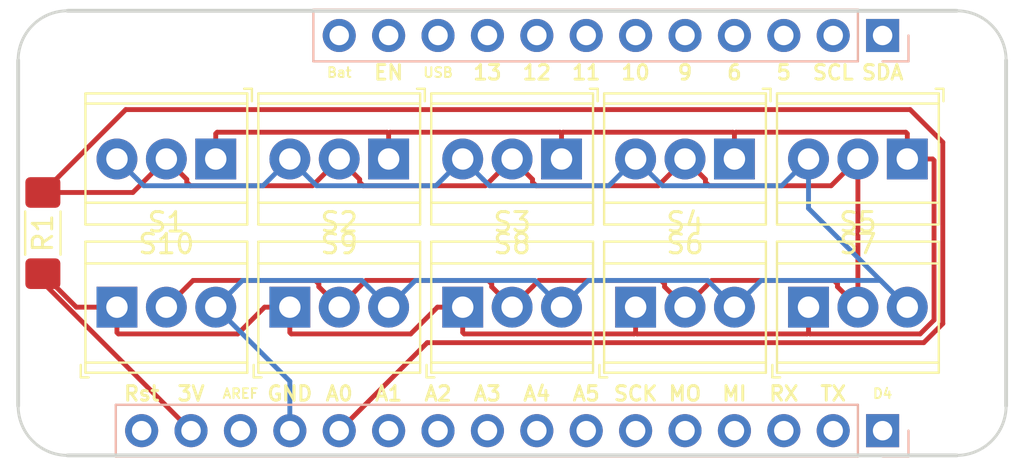
<source format=kicad_pcb>
(kicad_pcb (version 20171130) (host pcbnew 5.1.4-e60b266~84~ubuntu18.04.1)

  (general
    (thickness 1.6)
    (drawings 36)
    (tracks 137)
    (zones 0)
    (modules 17)
    (nets 29)
  )

  (page A4)
  (layers
    (0 F.Cu signal)
    (31 B.Cu signal)
    (32 B.Adhes user)
    (33 F.Adhes user)
    (34 B.Paste user hide)
    (35 F.Paste user)
    (36 B.SilkS user)
    (37 F.SilkS user)
    (38 B.Mask user)
    (39 F.Mask user)
    (40 Dwgs.User user)
    (41 Cmts.User user)
    (42 Eco1.User user)
    (43 Eco2.User user)
    (44 Edge.Cuts user)
    (45 Margin user)
    (46 B.CrtYd user)
    (47 F.CrtYd user)
    (48 B.Fab user)
    (49 F.Fab user)
  )

  (setup
    (last_trace_width 0.25)
    (trace_clearance 0.2)
    (zone_clearance 0.508)
    (zone_45_only no)
    (trace_min 0.2)
    (via_size 0.8)
    (via_drill 0.4)
    (via_min_size 0.4)
    (via_min_drill 0.3)
    (uvia_size 0.3)
    (uvia_drill 0.1)
    (uvias_allowed no)
    (uvia_min_size 0.2)
    (uvia_min_drill 0.1)
    (edge_width 0.15)
    (segment_width 0.2)
    (pcb_text_width 0.3)
    (pcb_text_size 1.5 1.5)
    (mod_edge_width 0.15)
    (mod_text_size 1 1)
    (mod_text_width 0.15)
    (pad_size 1.524 1.524)
    (pad_drill 0.762)
    (pad_to_mask_clearance 0.051)
    (solder_mask_min_width 0.25)
    (aux_axis_origin 0 0)
    (visible_elements FFFFFF7F)
    (pcbplotparams
      (layerselection 0x010fc_ffffffff)
      (usegerberextensions false)
      (usegerberattributes false)
      (usegerberadvancedattributes false)
      (creategerberjobfile false)
      (excludeedgelayer true)
      (linewidth 0.100000)
      (plotframeref false)
      (viasonmask false)
      (mode 1)
      (useauxorigin false)
      (hpglpennumber 1)
      (hpglpenspeed 20)
      (hpglpendiameter 15.000000)
      (psnegative false)
      (psa4output false)
      (plotreference true)
      (plotvalue true)
      (plotinvisibletext false)
      (padsonsilk false)
      (subtractmaskfromsilk false)
      (outputformat 1)
      (mirror false)
      (drillshape 1)
      (scaleselection 1)
      (outputdirectory ""))
  )

  (net 0 "")
  (net 1 /TX)
  (net 2 /RX)
  (net 3 /SCK)
  (net 4 /A5)
  (net 5 /A4)
  (net 6 /A3)
  (net 7 /A2)
  (net 8 /A1)
  (net 9 GND)
  (net 10 /AREF)
  (net 11 /SDA)
  (net 12 /SCL)
  (net 13 /Rst)
  (net 14 /D4)
  (net 15 /MI)
  (net 16 /MO)
  (net 17 /5)
  (net 18 /6)
  (net 19 /9)
  (net 20 /10)
  (net 21 /11)
  (net 22 /12)
  (net 23 /13)
  (net 24 /USB)
  (net 25 /En)
  (net 26 /Bat)
  (net 27 DATA)
  (net 28 DC)

  (net_class Default "This is the default net class."
    (clearance 0.2)
    (trace_width 0.25)
    (via_dia 0.8)
    (via_drill 0.4)
    (uvia_dia 0.3)
    (uvia_drill 0.1)
    (add_net /10)
    (add_net /11)
    (add_net /12)
    (add_net /13)
    (add_net /5)
    (add_net /6)
    (add_net /9)
    (add_net /A1)
    (add_net /A2)
    (add_net /A3)
    (add_net /A4)
    (add_net /A5)
    (add_net /AREF)
    (add_net /Bat)
    (add_net /D4)
    (add_net /En)
    (add_net /MI)
    (add_net /MO)
    (add_net /RX)
    (add_net /Rst)
    (add_net /SCK)
    (add_net /SCL)
    (add_net /SDA)
    (add_net /TX)
    (add_net /USB)
    (add_net DATA)
    (add_net DC)
    (add_net GND)
  )

  (module TerminalBlock_TE-Connectivity:TerminalBlock_TE_282834-3_1x03_P2.54mm_Horizontal (layer F.Cu) (tedit 5B1EC513) (tstamp 5DB2CB1A)
    (at 35.56 33.02 180)
    (descr "Terminal Block TE 282834-3, 3 pins, pitch 2.54mm, size 8.08x6.5mm^2, drill diamater 1.1mm, pad diameter 2.1mm, see http://www.te.com/commerce/DocumentDelivery/DDEController?Action=showdoc&DocId=Customer+Drawing%7F282834%7FC1%7Fpdf%7FEnglish%7FENG_CD_282834_C1.pdf, script-generated using https://github.com/pointhi/kicad-footprint-generator/scripts/TerminalBlock_TE-Connectivity")
    (tags "THT Terminal Block TE 282834-3 pitch 2.54mm size 8.08x6.5mm^2 drill 1.1mm pad 2.1mm")
    (path /5DB5E025)
    (fp_text reference S10 (at 2.54 -4.37) (layer F.SilkS)
      (effects (font (size 1 1) (thickness 0.15)))
    )
    (fp_text value Screw_Terminal_01x03 (at 2.54 4.37) (layer F.Fab)
      (effects (font (size 1 1) (thickness 0.15)))
    )
    (fp_text user %R (at 2.54 2) (layer F.Fab)
      (effects (font (size 1 1) (thickness 0.15)))
    )
    (fp_line (start 7.08 -3.75) (end -2 -3.75) (layer F.CrtYd) (width 0.05))
    (fp_line (start 7.08 3.75) (end 7.08 -3.75) (layer F.CrtYd) (width 0.05))
    (fp_line (start -2 3.75) (end 7.08 3.75) (layer F.CrtYd) (width 0.05))
    (fp_line (start -2 -3.75) (end -2 3.75) (layer F.CrtYd) (width 0.05))
    (fp_line (start -1.86 3.61) (end -1.46 3.61) (layer F.SilkS) (width 0.12))
    (fp_line (start -1.86 2.97) (end -1.86 3.61) (layer F.SilkS) (width 0.12))
    (fp_line (start 5.781 -0.835) (end 4.246 0.7) (layer F.Fab) (width 0.1))
    (fp_line (start 5.915 -0.7) (end 4.38 0.835) (layer F.Fab) (width 0.1))
    (fp_line (start 3.241 -0.835) (end 1.706 0.7) (layer F.Fab) (width 0.1))
    (fp_line (start 3.375 -0.7) (end 1.84 0.835) (layer F.Fab) (width 0.1))
    (fp_line (start 0.701 -0.835) (end -0.835 0.7) (layer F.Fab) (width 0.1))
    (fp_line (start 0.835 -0.7) (end -0.701 0.835) (layer F.Fab) (width 0.1))
    (fp_line (start 6.7 -3.37) (end 6.7 3.37) (layer F.SilkS) (width 0.12))
    (fp_line (start -1.62 -3.37) (end -1.62 3.37) (layer F.SilkS) (width 0.12))
    (fp_line (start -1.62 3.37) (end 6.7 3.37) (layer F.SilkS) (width 0.12))
    (fp_line (start -1.62 -3.37) (end 6.7 -3.37) (layer F.SilkS) (width 0.12))
    (fp_line (start -1.62 -2.25) (end 6.7 -2.25) (layer F.SilkS) (width 0.12))
    (fp_line (start -1.5 -2.25) (end 6.58 -2.25) (layer F.Fab) (width 0.1))
    (fp_line (start -1.62 2.85) (end 6.7 2.85) (layer F.SilkS) (width 0.12))
    (fp_line (start -1.5 2.85) (end 6.58 2.85) (layer F.Fab) (width 0.1))
    (fp_line (start -1.5 2.85) (end -1.5 -3.25) (layer F.Fab) (width 0.1))
    (fp_line (start -1.1 3.25) (end -1.5 2.85) (layer F.Fab) (width 0.1))
    (fp_line (start 6.58 3.25) (end -1.1 3.25) (layer F.Fab) (width 0.1))
    (fp_line (start 6.58 -3.25) (end 6.58 3.25) (layer F.Fab) (width 0.1))
    (fp_line (start -1.5 -3.25) (end 6.58 -3.25) (layer F.Fab) (width 0.1))
    (fp_circle (center 5.08 0) (end 6.18 0) (layer F.Fab) (width 0.1))
    (fp_circle (center 2.54 0) (end 3.64 0) (layer F.Fab) (width 0.1))
    (fp_circle (center 0 0) (end 1.1 0) (layer F.Fab) (width 0.1))
    (pad 3 thru_hole circle (at 5.08 0 180) (size 2.1 2.1) (drill 1.1) (layers *.Cu *.Mask)
      (net 9 GND))
    (pad 2 thru_hole circle (at 2.54 0 180) (size 2.1 2.1) (drill 1.1) (layers *.Cu *.Mask)
      (net 27 DATA))
    (pad 1 thru_hole rect (at 0 0 180) (size 2.1 2.1) (drill 1.1) (layers *.Cu *.Mask)
      (net 28 DC))
    (model ${KISYS3DMOD}/TerminalBlock_TE-Connectivity.3dshapes/TerminalBlock_TE_282834-3_1x03_P2.54mm_Horizontal.wrl
      (at (xyz 0 0 0))
      (scale (xyz 1 1 1))
      (rotate (xyz 0 0 0))
    )
  )

  (module TerminalBlock_TE-Connectivity:TerminalBlock_TE_282834-3_1x03_P2.54mm_Horizontal (layer F.Cu) (tedit 5B1EC513) (tstamp 5DB2CADB)
    (at 44.45 33.02 180)
    (descr "Terminal Block TE 282834-3, 3 pins, pitch 2.54mm, size 8.08x6.5mm^2, drill diamater 1.1mm, pad diameter 2.1mm, see http://www.te.com/commerce/DocumentDelivery/DDEController?Action=showdoc&DocId=Customer+Drawing%7F282834%7FC1%7Fpdf%7FEnglish%7FENG_CD_282834_C1.pdf, script-generated using https://github.com/pointhi/kicad-footprint-generator/scripts/TerminalBlock_TE-Connectivity")
    (tags "THT Terminal Block TE 282834-3 pitch 2.54mm size 8.08x6.5mm^2 drill 1.1mm pad 2.1mm")
    (path /5DB5D4D6)
    (fp_text reference S9 (at 2.54 -4.37) (layer F.SilkS)
      (effects (font (size 1 1) (thickness 0.15)))
    )
    (fp_text value Screw_Terminal_01x03 (at 2.54 4.37) (layer F.Fab)
      (effects (font (size 1 1) (thickness 0.15)))
    )
    (fp_text user %R (at 2.54 2) (layer F.Fab)
      (effects (font (size 1 1) (thickness 0.15)))
    )
    (fp_line (start 7.08 -3.75) (end -2 -3.75) (layer F.CrtYd) (width 0.05))
    (fp_line (start 7.08 3.75) (end 7.08 -3.75) (layer F.CrtYd) (width 0.05))
    (fp_line (start -2 3.75) (end 7.08 3.75) (layer F.CrtYd) (width 0.05))
    (fp_line (start -2 -3.75) (end -2 3.75) (layer F.CrtYd) (width 0.05))
    (fp_line (start -1.86 3.61) (end -1.46 3.61) (layer F.SilkS) (width 0.12))
    (fp_line (start -1.86 2.97) (end -1.86 3.61) (layer F.SilkS) (width 0.12))
    (fp_line (start 5.781 -0.835) (end 4.246 0.7) (layer F.Fab) (width 0.1))
    (fp_line (start 5.915 -0.7) (end 4.38 0.835) (layer F.Fab) (width 0.1))
    (fp_line (start 3.241 -0.835) (end 1.706 0.7) (layer F.Fab) (width 0.1))
    (fp_line (start 3.375 -0.7) (end 1.84 0.835) (layer F.Fab) (width 0.1))
    (fp_line (start 0.701 -0.835) (end -0.835 0.7) (layer F.Fab) (width 0.1))
    (fp_line (start 0.835 -0.7) (end -0.701 0.835) (layer F.Fab) (width 0.1))
    (fp_line (start 6.7 -3.37) (end 6.7 3.37) (layer F.SilkS) (width 0.12))
    (fp_line (start -1.62 -3.37) (end -1.62 3.37) (layer F.SilkS) (width 0.12))
    (fp_line (start -1.62 3.37) (end 6.7 3.37) (layer F.SilkS) (width 0.12))
    (fp_line (start -1.62 -3.37) (end 6.7 -3.37) (layer F.SilkS) (width 0.12))
    (fp_line (start -1.62 -2.25) (end 6.7 -2.25) (layer F.SilkS) (width 0.12))
    (fp_line (start -1.5 -2.25) (end 6.58 -2.25) (layer F.Fab) (width 0.1))
    (fp_line (start -1.62 2.85) (end 6.7 2.85) (layer F.SilkS) (width 0.12))
    (fp_line (start -1.5 2.85) (end 6.58 2.85) (layer F.Fab) (width 0.1))
    (fp_line (start -1.5 2.85) (end -1.5 -3.25) (layer F.Fab) (width 0.1))
    (fp_line (start -1.1 3.25) (end -1.5 2.85) (layer F.Fab) (width 0.1))
    (fp_line (start 6.58 3.25) (end -1.1 3.25) (layer F.Fab) (width 0.1))
    (fp_line (start 6.58 -3.25) (end 6.58 3.25) (layer F.Fab) (width 0.1))
    (fp_line (start -1.5 -3.25) (end 6.58 -3.25) (layer F.Fab) (width 0.1))
    (fp_circle (center 5.08 0) (end 6.18 0) (layer F.Fab) (width 0.1))
    (fp_circle (center 2.54 0) (end 3.64 0) (layer F.Fab) (width 0.1))
    (fp_circle (center 0 0) (end 1.1 0) (layer F.Fab) (width 0.1))
    (pad 3 thru_hole circle (at 5.08 0 180) (size 2.1 2.1) (drill 1.1) (layers *.Cu *.Mask)
      (net 9 GND))
    (pad 2 thru_hole circle (at 2.54 0 180) (size 2.1 2.1) (drill 1.1) (layers *.Cu *.Mask)
      (net 27 DATA))
    (pad 1 thru_hole rect (at 0 0 180) (size 2.1 2.1) (drill 1.1) (layers *.Cu *.Mask)
      (net 28 DC))
    (model ${KISYS3DMOD}/TerminalBlock_TE-Connectivity.3dshapes/TerminalBlock_TE_282834-3_1x03_P2.54mm_Horizontal.wrl
      (at (xyz 0 0 0))
      (scale (xyz 1 1 1))
      (rotate (xyz 0 0 0))
    )
  )

  (module TerminalBlock_TE-Connectivity:TerminalBlock_TE_282834-3_1x03_P2.54mm_Horizontal (layer F.Cu) (tedit 5B1EC513) (tstamp 5DB2CA9C)
    (at 53.34 33.02 180)
    (descr "Terminal Block TE 282834-3, 3 pins, pitch 2.54mm, size 8.08x6.5mm^2, drill diamater 1.1mm, pad diameter 2.1mm, see http://www.te.com/commerce/DocumentDelivery/DDEController?Action=showdoc&DocId=Customer+Drawing%7F282834%7FC1%7Fpdf%7FEnglish%7FENG_CD_282834_C1.pdf, script-generated using https://github.com/pointhi/kicad-footprint-generator/scripts/TerminalBlock_TE-Connectivity")
    (tags "THT Terminal Block TE 282834-3 pitch 2.54mm size 8.08x6.5mm^2 drill 1.1mm pad 2.1mm")
    (path /5DB5CB77)
    (fp_text reference S8 (at 2.54 -4.37) (layer F.SilkS)
      (effects (font (size 1 1) (thickness 0.15)))
    )
    (fp_text value Screw_Terminal_01x03 (at 2.54 4.37) (layer F.Fab)
      (effects (font (size 1 1) (thickness 0.15)))
    )
    (fp_text user %R (at 2.54 2) (layer F.Fab)
      (effects (font (size 1 1) (thickness 0.15)))
    )
    (fp_line (start 7.08 -3.75) (end -2 -3.75) (layer F.CrtYd) (width 0.05))
    (fp_line (start 7.08 3.75) (end 7.08 -3.75) (layer F.CrtYd) (width 0.05))
    (fp_line (start -2 3.75) (end 7.08 3.75) (layer F.CrtYd) (width 0.05))
    (fp_line (start -2 -3.75) (end -2 3.75) (layer F.CrtYd) (width 0.05))
    (fp_line (start -1.86 3.61) (end -1.46 3.61) (layer F.SilkS) (width 0.12))
    (fp_line (start -1.86 2.97) (end -1.86 3.61) (layer F.SilkS) (width 0.12))
    (fp_line (start 5.781 -0.835) (end 4.246 0.7) (layer F.Fab) (width 0.1))
    (fp_line (start 5.915 -0.7) (end 4.38 0.835) (layer F.Fab) (width 0.1))
    (fp_line (start 3.241 -0.835) (end 1.706 0.7) (layer F.Fab) (width 0.1))
    (fp_line (start 3.375 -0.7) (end 1.84 0.835) (layer F.Fab) (width 0.1))
    (fp_line (start 0.701 -0.835) (end -0.835 0.7) (layer F.Fab) (width 0.1))
    (fp_line (start 0.835 -0.7) (end -0.701 0.835) (layer F.Fab) (width 0.1))
    (fp_line (start 6.7 -3.37) (end 6.7 3.37) (layer F.SilkS) (width 0.12))
    (fp_line (start -1.62 -3.37) (end -1.62 3.37) (layer F.SilkS) (width 0.12))
    (fp_line (start -1.62 3.37) (end 6.7 3.37) (layer F.SilkS) (width 0.12))
    (fp_line (start -1.62 -3.37) (end 6.7 -3.37) (layer F.SilkS) (width 0.12))
    (fp_line (start -1.62 -2.25) (end 6.7 -2.25) (layer F.SilkS) (width 0.12))
    (fp_line (start -1.5 -2.25) (end 6.58 -2.25) (layer F.Fab) (width 0.1))
    (fp_line (start -1.62 2.85) (end 6.7 2.85) (layer F.SilkS) (width 0.12))
    (fp_line (start -1.5 2.85) (end 6.58 2.85) (layer F.Fab) (width 0.1))
    (fp_line (start -1.5 2.85) (end -1.5 -3.25) (layer F.Fab) (width 0.1))
    (fp_line (start -1.1 3.25) (end -1.5 2.85) (layer F.Fab) (width 0.1))
    (fp_line (start 6.58 3.25) (end -1.1 3.25) (layer F.Fab) (width 0.1))
    (fp_line (start 6.58 -3.25) (end 6.58 3.25) (layer F.Fab) (width 0.1))
    (fp_line (start -1.5 -3.25) (end 6.58 -3.25) (layer F.Fab) (width 0.1))
    (fp_circle (center 5.08 0) (end 6.18 0) (layer F.Fab) (width 0.1))
    (fp_circle (center 2.54 0) (end 3.64 0) (layer F.Fab) (width 0.1))
    (fp_circle (center 0 0) (end 1.1 0) (layer F.Fab) (width 0.1))
    (pad 3 thru_hole circle (at 5.08 0 180) (size 2.1 2.1) (drill 1.1) (layers *.Cu *.Mask)
      (net 9 GND))
    (pad 2 thru_hole circle (at 2.54 0 180) (size 2.1 2.1) (drill 1.1) (layers *.Cu *.Mask)
      (net 27 DATA))
    (pad 1 thru_hole rect (at 0 0 180) (size 2.1 2.1) (drill 1.1) (layers *.Cu *.Mask)
      (net 28 DC))
    (model ${KISYS3DMOD}/TerminalBlock_TE-Connectivity.3dshapes/TerminalBlock_TE_282834-3_1x03_P2.54mm_Horizontal.wrl
      (at (xyz 0 0 0))
      (scale (xyz 1 1 1))
      (rotate (xyz 0 0 0))
    )
  )

  (module TerminalBlock_TE-Connectivity:TerminalBlock_TE_282834-3_1x03_P2.54mm_Horizontal (layer F.Cu) (tedit 5B1EC513) (tstamp 5DB2CA5D)
    (at 71.12 33.02 180)
    (descr "Terminal Block TE 282834-3, 3 pins, pitch 2.54mm, size 8.08x6.5mm^2, drill diamater 1.1mm, pad diameter 2.1mm, see http://www.te.com/commerce/DocumentDelivery/DDEController?Action=showdoc&DocId=Customer+Drawing%7F282834%7FC1%7Fpdf%7FEnglish%7FENG_CD_282834_C1.pdf, script-generated using https://github.com/pointhi/kicad-footprint-generator/scripts/TerminalBlock_TE-Connectivity")
    (tags "THT Terminal Block TE 282834-3 pitch 2.54mm size 8.08x6.5mm^2 drill 1.1mm pad 2.1mm")
    (path /5DB5C14C)
    (fp_text reference S7 (at 2.54 -4.37) (layer F.SilkS)
      (effects (font (size 1 1) (thickness 0.15)))
    )
    (fp_text value Screw_Terminal_01x03 (at 2.54 4.37) (layer F.Fab)
      (effects (font (size 1 1) (thickness 0.15)))
    )
    (fp_text user %R (at 2.54 2) (layer F.Fab)
      (effects (font (size 1 1) (thickness 0.15)))
    )
    (fp_line (start 7.08 -3.75) (end -2 -3.75) (layer F.CrtYd) (width 0.05))
    (fp_line (start 7.08 3.75) (end 7.08 -3.75) (layer F.CrtYd) (width 0.05))
    (fp_line (start -2 3.75) (end 7.08 3.75) (layer F.CrtYd) (width 0.05))
    (fp_line (start -2 -3.75) (end -2 3.75) (layer F.CrtYd) (width 0.05))
    (fp_line (start -1.86 3.61) (end -1.46 3.61) (layer F.SilkS) (width 0.12))
    (fp_line (start -1.86 2.97) (end -1.86 3.61) (layer F.SilkS) (width 0.12))
    (fp_line (start 5.781 -0.835) (end 4.246 0.7) (layer F.Fab) (width 0.1))
    (fp_line (start 5.915 -0.7) (end 4.38 0.835) (layer F.Fab) (width 0.1))
    (fp_line (start 3.241 -0.835) (end 1.706 0.7) (layer F.Fab) (width 0.1))
    (fp_line (start 3.375 -0.7) (end 1.84 0.835) (layer F.Fab) (width 0.1))
    (fp_line (start 0.701 -0.835) (end -0.835 0.7) (layer F.Fab) (width 0.1))
    (fp_line (start 0.835 -0.7) (end -0.701 0.835) (layer F.Fab) (width 0.1))
    (fp_line (start 6.7 -3.37) (end 6.7 3.37) (layer F.SilkS) (width 0.12))
    (fp_line (start -1.62 -3.37) (end -1.62 3.37) (layer F.SilkS) (width 0.12))
    (fp_line (start -1.62 3.37) (end 6.7 3.37) (layer F.SilkS) (width 0.12))
    (fp_line (start -1.62 -3.37) (end 6.7 -3.37) (layer F.SilkS) (width 0.12))
    (fp_line (start -1.62 -2.25) (end 6.7 -2.25) (layer F.SilkS) (width 0.12))
    (fp_line (start -1.5 -2.25) (end 6.58 -2.25) (layer F.Fab) (width 0.1))
    (fp_line (start -1.62 2.85) (end 6.7 2.85) (layer F.SilkS) (width 0.12))
    (fp_line (start -1.5 2.85) (end 6.58 2.85) (layer F.Fab) (width 0.1))
    (fp_line (start -1.5 2.85) (end -1.5 -3.25) (layer F.Fab) (width 0.1))
    (fp_line (start -1.1 3.25) (end -1.5 2.85) (layer F.Fab) (width 0.1))
    (fp_line (start 6.58 3.25) (end -1.1 3.25) (layer F.Fab) (width 0.1))
    (fp_line (start 6.58 -3.25) (end 6.58 3.25) (layer F.Fab) (width 0.1))
    (fp_line (start -1.5 -3.25) (end 6.58 -3.25) (layer F.Fab) (width 0.1))
    (fp_circle (center 5.08 0) (end 6.18 0) (layer F.Fab) (width 0.1))
    (fp_circle (center 2.54 0) (end 3.64 0) (layer F.Fab) (width 0.1))
    (fp_circle (center 0 0) (end 1.1 0) (layer F.Fab) (width 0.1))
    (pad 3 thru_hole circle (at 5.08 0 180) (size 2.1 2.1) (drill 1.1) (layers *.Cu *.Mask)
      (net 9 GND))
    (pad 2 thru_hole circle (at 2.54 0 180) (size 2.1 2.1) (drill 1.1) (layers *.Cu *.Mask)
      (net 27 DATA))
    (pad 1 thru_hole rect (at 0 0 180) (size 2.1 2.1) (drill 1.1) (layers *.Cu *.Mask)
      (net 28 DC))
    (model ${KISYS3DMOD}/TerminalBlock_TE-Connectivity.3dshapes/TerminalBlock_TE_282834-3_1x03_P2.54mm_Horizontal.wrl
      (at (xyz 0 0 0))
      (scale (xyz 1 1 1))
      (rotate (xyz 0 0 0))
    )
  )

  (module TerminalBlock_TE-Connectivity:TerminalBlock_TE_282834-3_1x03_P2.54mm_Horizontal (layer F.Cu) (tedit 5B1EC513) (tstamp 5DB2CA1E)
    (at 62.23 33.02 180)
    (descr "Terminal Block TE 282834-3, 3 pins, pitch 2.54mm, size 8.08x6.5mm^2, drill diamater 1.1mm, pad diameter 2.1mm, see http://www.te.com/commerce/DocumentDelivery/DDEController?Action=showdoc&DocId=Customer+Drawing%7F282834%7FC1%7Fpdf%7FEnglish%7FENG_CD_282834_C1.pdf, script-generated using https://github.com/pointhi/kicad-footprint-generator/scripts/TerminalBlock_TE-Connectivity")
    (tags "THT Terminal Block TE 282834-3 pitch 2.54mm size 8.08x6.5mm^2 drill 1.1mm pad 2.1mm")
    (path /5DB5B895)
    (fp_text reference S6 (at 2.54 -4.37) (layer F.SilkS)
      (effects (font (size 1 1) (thickness 0.15)))
    )
    (fp_text value Screw_Terminal_01x03 (at 2.54 4.37) (layer F.Fab)
      (effects (font (size 1 1) (thickness 0.15)))
    )
    (fp_text user %R (at 2.54 2) (layer F.Fab)
      (effects (font (size 1 1) (thickness 0.15)))
    )
    (fp_line (start 7.08 -3.75) (end -2 -3.75) (layer F.CrtYd) (width 0.05))
    (fp_line (start 7.08 3.75) (end 7.08 -3.75) (layer F.CrtYd) (width 0.05))
    (fp_line (start -2 3.75) (end 7.08 3.75) (layer F.CrtYd) (width 0.05))
    (fp_line (start -2 -3.75) (end -2 3.75) (layer F.CrtYd) (width 0.05))
    (fp_line (start -1.86 3.61) (end -1.46 3.61) (layer F.SilkS) (width 0.12))
    (fp_line (start -1.86 2.97) (end -1.86 3.61) (layer F.SilkS) (width 0.12))
    (fp_line (start 5.781 -0.835) (end 4.246 0.7) (layer F.Fab) (width 0.1))
    (fp_line (start 5.915 -0.7) (end 4.38 0.835) (layer F.Fab) (width 0.1))
    (fp_line (start 3.241 -0.835) (end 1.706 0.7) (layer F.Fab) (width 0.1))
    (fp_line (start 3.375 -0.7) (end 1.84 0.835) (layer F.Fab) (width 0.1))
    (fp_line (start 0.701 -0.835) (end -0.835 0.7) (layer F.Fab) (width 0.1))
    (fp_line (start 0.835 -0.7) (end -0.701 0.835) (layer F.Fab) (width 0.1))
    (fp_line (start 6.7 -3.37) (end 6.7 3.37) (layer F.SilkS) (width 0.12))
    (fp_line (start -1.62 -3.37) (end -1.62 3.37) (layer F.SilkS) (width 0.12))
    (fp_line (start -1.62 3.37) (end 6.7 3.37) (layer F.SilkS) (width 0.12))
    (fp_line (start -1.62 -3.37) (end 6.7 -3.37) (layer F.SilkS) (width 0.12))
    (fp_line (start -1.62 -2.25) (end 6.7 -2.25) (layer F.SilkS) (width 0.12))
    (fp_line (start -1.5 -2.25) (end 6.58 -2.25) (layer F.Fab) (width 0.1))
    (fp_line (start -1.62 2.85) (end 6.7 2.85) (layer F.SilkS) (width 0.12))
    (fp_line (start -1.5 2.85) (end 6.58 2.85) (layer F.Fab) (width 0.1))
    (fp_line (start -1.5 2.85) (end -1.5 -3.25) (layer F.Fab) (width 0.1))
    (fp_line (start -1.1 3.25) (end -1.5 2.85) (layer F.Fab) (width 0.1))
    (fp_line (start 6.58 3.25) (end -1.1 3.25) (layer F.Fab) (width 0.1))
    (fp_line (start 6.58 -3.25) (end 6.58 3.25) (layer F.Fab) (width 0.1))
    (fp_line (start -1.5 -3.25) (end 6.58 -3.25) (layer F.Fab) (width 0.1))
    (fp_circle (center 5.08 0) (end 6.18 0) (layer F.Fab) (width 0.1))
    (fp_circle (center 2.54 0) (end 3.64 0) (layer F.Fab) (width 0.1))
    (fp_circle (center 0 0) (end 1.1 0) (layer F.Fab) (width 0.1))
    (pad 3 thru_hole circle (at 5.08 0 180) (size 2.1 2.1) (drill 1.1) (layers *.Cu *.Mask)
      (net 9 GND))
    (pad 2 thru_hole circle (at 2.54 0 180) (size 2.1 2.1) (drill 1.1) (layers *.Cu *.Mask)
      (net 27 DATA))
    (pad 1 thru_hole rect (at 0 0 180) (size 2.1 2.1) (drill 1.1) (layers *.Cu *.Mask)
      (net 28 DC))
    (model ${KISYS3DMOD}/TerminalBlock_TE-Connectivity.3dshapes/TerminalBlock_TE_282834-3_1x03_P2.54mm_Horizontal.wrl
      (at (xyz 0 0 0))
      (scale (xyz 1 1 1))
      (rotate (xyz 0 0 0))
    )
  )

  (module TerminalBlock_TE-Connectivity:TerminalBlock_TE_282834-3_1x03_P2.54mm_Horizontal (layer F.Cu) (tedit 5B1EC513) (tstamp 5DB2C9DF)
    (at 66.04 40.64)
    (descr "Terminal Block TE 282834-3, 3 pins, pitch 2.54mm, size 8.08x6.5mm^2, drill diamater 1.1mm, pad diameter 2.1mm, see http://www.te.com/commerce/DocumentDelivery/DDEController?Action=showdoc&DocId=Customer+Drawing%7F282834%7FC1%7Fpdf%7FEnglish%7FENG_CD_282834_C1.pdf, script-generated using https://github.com/pointhi/kicad-footprint-generator/scripts/TerminalBlock_TE-Connectivity")
    (tags "THT Terminal Block TE 282834-3 pitch 2.54mm size 8.08x6.5mm^2 drill 1.1mm pad 2.1mm")
    (path /5DB5A772)
    (fp_text reference S5 (at 2.54 -4.37) (layer F.SilkS)
      (effects (font (size 1 1) (thickness 0.15)))
    )
    (fp_text value Screw_Terminal_01x03 (at 2.54 4.37) (layer F.Fab)
      (effects (font (size 1 1) (thickness 0.15)))
    )
    (fp_text user %R (at 2.54 2) (layer F.Fab)
      (effects (font (size 1 1) (thickness 0.15)))
    )
    (fp_line (start 7.08 -3.75) (end -2 -3.75) (layer F.CrtYd) (width 0.05))
    (fp_line (start 7.08 3.75) (end 7.08 -3.75) (layer F.CrtYd) (width 0.05))
    (fp_line (start -2 3.75) (end 7.08 3.75) (layer F.CrtYd) (width 0.05))
    (fp_line (start -2 -3.75) (end -2 3.75) (layer F.CrtYd) (width 0.05))
    (fp_line (start -1.86 3.61) (end -1.46 3.61) (layer F.SilkS) (width 0.12))
    (fp_line (start -1.86 2.97) (end -1.86 3.61) (layer F.SilkS) (width 0.12))
    (fp_line (start 5.781 -0.835) (end 4.246 0.7) (layer F.Fab) (width 0.1))
    (fp_line (start 5.915 -0.7) (end 4.38 0.835) (layer F.Fab) (width 0.1))
    (fp_line (start 3.241 -0.835) (end 1.706 0.7) (layer F.Fab) (width 0.1))
    (fp_line (start 3.375 -0.7) (end 1.84 0.835) (layer F.Fab) (width 0.1))
    (fp_line (start 0.701 -0.835) (end -0.835 0.7) (layer F.Fab) (width 0.1))
    (fp_line (start 0.835 -0.7) (end -0.701 0.835) (layer F.Fab) (width 0.1))
    (fp_line (start 6.7 -3.37) (end 6.7 3.37) (layer F.SilkS) (width 0.12))
    (fp_line (start -1.62 -3.37) (end -1.62 3.37) (layer F.SilkS) (width 0.12))
    (fp_line (start -1.62 3.37) (end 6.7 3.37) (layer F.SilkS) (width 0.12))
    (fp_line (start -1.62 -3.37) (end 6.7 -3.37) (layer F.SilkS) (width 0.12))
    (fp_line (start -1.62 -2.25) (end 6.7 -2.25) (layer F.SilkS) (width 0.12))
    (fp_line (start -1.5 -2.25) (end 6.58 -2.25) (layer F.Fab) (width 0.1))
    (fp_line (start -1.62 2.85) (end 6.7 2.85) (layer F.SilkS) (width 0.12))
    (fp_line (start -1.5 2.85) (end 6.58 2.85) (layer F.Fab) (width 0.1))
    (fp_line (start -1.5 2.85) (end -1.5 -3.25) (layer F.Fab) (width 0.1))
    (fp_line (start -1.1 3.25) (end -1.5 2.85) (layer F.Fab) (width 0.1))
    (fp_line (start 6.58 3.25) (end -1.1 3.25) (layer F.Fab) (width 0.1))
    (fp_line (start 6.58 -3.25) (end 6.58 3.25) (layer F.Fab) (width 0.1))
    (fp_line (start -1.5 -3.25) (end 6.58 -3.25) (layer F.Fab) (width 0.1))
    (fp_circle (center 5.08 0) (end 6.18 0) (layer F.Fab) (width 0.1))
    (fp_circle (center 2.54 0) (end 3.64 0) (layer F.Fab) (width 0.1))
    (fp_circle (center 0 0) (end 1.1 0) (layer F.Fab) (width 0.1))
    (pad 3 thru_hole circle (at 5.08 0) (size 2.1 2.1) (drill 1.1) (layers *.Cu *.Mask)
      (net 9 GND))
    (pad 2 thru_hole circle (at 2.54 0) (size 2.1 2.1) (drill 1.1) (layers *.Cu *.Mask)
      (net 27 DATA))
    (pad 1 thru_hole rect (at 0 0) (size 2.1 2.1) (drill 1.1) (layers *.Cu *.Mask)
      (net 28 DC))
    (model ${KISYS3DMOD}/TerminalBlock_TE-Connectivity.3dshapes/TerminalBlock_TE_282834-3_1x03_P2.54mm_Horizontal.wrl
      (at (xyz 0 0 0))
      (scale (xyz 1 1 1))
      (rotate (xyz 0 0 0))
    )
  )

  (module TerminalBlock_TE-Connectivity:TerminalBlock_TE_282834-3_1x03_P2.54mm_Horizontal (layer F.Cu) (tedit 5B1EC513) (tstamp 5DB2C9A0)
    (at 57.15 40.64)
    (descr "Terminal Block TE 282834-3, 3 pins, pitch 2.54mm, size 8.08x6.5mm^2, drill diamater 1.1mm, pad diameter 2.1mm, see http://www.te.com/commerce/DocumentDelivery/DDEController?Action=showdoc&DocId=Customer+Drawing%7F282834%7FC1%7Fpdf%7FEnglish%7FENG_CD_282834_C1.pdf, script-generated using https://github.com/pointhi/kicad-footprint-generator/scripts/TerminalBlock_TE-Connectivity")
    (tags "THT Terminal Block TE 282834-3 pitch 2.54mm size 8.08x6.5mm^2 drill 1.1mm pad 2.1mm")
    (path /5DB59E6B)
    (fp_text reference S4 (at 2.54 -4.37) (layer F.SilkS)
      (effects (font (size 1 1) (thickness 0.15)))
    )
    (fp_text value Screw_Terminal_01x03 (at 2.54 4.37) (layer F.Fab)
      (effects (font (size 1 1) (thickness 0.15)))
    )
    (fp_text user %R (at 2.54 2) (layer F.Fab)
      (effects (font (size 1 1) (thickness 0.15)))
    )
    (fp_line (start 7.08 -3.75) (end -2 -3.75) (layer F.CrtYd) (width 0.05))
    (fp_line (start 7.08 3.75) (end 7.08 -3.75) (layer F.CrtYd) (width 0.05))
    (fp_line (start -2 3.75) (end 7.08 3.75) (layer F.CrtYd) (width 0.05))
    (fp_line (start -2 -3.75) (end -2 3.75) (layer F.CrtYd) (width 0.05))
    (fp_line (start -1.86 3.61) (end -1.46 3.61) (layer F.SilkS) (width 0.12))
    (fp_line (start -1.86 2.97) (end -1.86 3.61) (layer F.SilkS) (width 0.12))
    (fp_line (start 5.781 -0.835) (end 4.246 0.7) (layer F.Fab) (width 0.1))
    (fp_line (start 5.915 -0.7) (end 4.38 0.835) (layer F.Fab) (width 0.1))
    (fp_line (start 3.241 -0.835) (end 1.706 0.7) (layer F.Fab) (width 0.1))
    (fp_line (start 3.375 -0.7) (end 1.84 0.835) (layer F.Fab) (width 0.1))
    (fp_line (start 0.701 -0.835) (end -0.835 0.7) (layer F.Fab) (width 0.1))
    (fp_line (start 0.835 -0.7) (end -0.701 0.835) (layer F.Fab) (width 0.1))
    (fp_line (start 6.7 -3.37) (end 6.7 3.37) (layer F.SilkS) (width 0.12))
    (fp_line (start -1.62 -3.37) (end -1.62 3.37) (layer F.SilkS) (width 0.12))
    (fp_line (start -1.62 3.37) (end 6.7 3.37) (layer F.SilkS) (width 0.12))
    (fp_line (start -1.62 -3.37) (end 6.7 -3.37) (layer F.SilkS) (width 0.12))
    (fp_line (start -1.62 -2.25) (end 6.7 -2.25) (layer F.SilkS) (width 0.12))
    (fp_line (start -1.5 -2.25) (end 6.58 -2.25) (layer F.Fab) (width 0.1))
    (fp_line (start -1.62 2.85) (end 6.7 2.85) (layer F.SilkS) (width 0.12))
    (fp_line (start -1.5 2.85) (end 6.58 2.85) (layer F.Fab) (width 0.1))
    (fp_line (start -1.5 2.85) (end -1.5 -3.25) (layer F.Fab) (width 0.1))
    (fp_line (start -1.1 3.25) (end -1.5 2.85) (layer F.Fab) (width 0.1))
    (fp_line (start 6.58 3.25) (end -1.1 3.25) (layer F.Fab) (width 0.1))
    (fp_line (start 6.58 -3.25) (end 6.58 3.25) (layer F.Fab) (width 0.1))
    (fp_line (start -1.5 -3.25) (end 6.58 -3.25) (layer F.Fab) (width 0.1))
    (fp_circle (center 5.08 0) (end 6.18 0) (layer F.Fab) (width 0.1))
    (fp_circle (center 2.54 0) (end 3.64 0) (layer F.Fab) (width 0.1))
    (fp_circle (center 0 0) (end 1.1 0) (layer F.Fab) (width 0.1))
    (pad 3 thru_hole circle (at 5.08 0) (size 2.1 2.1) (drill 1.1) (layers *.Cu *.Mask)
      (net 9 GND))
    (pad 2 thru_hole circle (at 2.54 0) (size 2.1 2.1) (drill 1.1) (layers *.Cu *.Mask)
      (net 27 DATA))
    (pad 1 thru_hole rect (at 0 0) (size 2.1 2.1) (drill 1.1) (layers *.Cu *.Mask)
      (net 28 DC))
    (model ${KISYS3DMOD}/TerminalBlock_TE-Connectivity.3dshapes/TerminalBlock_TE_282834-3_1x03_P2.54mm_Horizontal.wrl
      (at (xyz 0 0 0))
      (scale (xyz 1 1 1))
      (rotate (xyz 0 0 0))
    )
  )

  (module TerminalBlock_TE-Connectivity:TerminalBlock_TE_282834-3_1x03_P2.54mm_Horizontal (layer F.Cu) (tedit 5B1EC513) (tstamp 5DB2C961)
    (at 48.26 40.64)
    (descr "Terminal Block TE 282834-3, 3 pins, pitch 2.54mm, size 8.08x6.5mm^2, drill diamater 1.1mm, pad diameter 2.1mm, see http://www.te.com/commerce/DocumentDelivery/DDEController?Action=showdoc&DocId=Customer+Drawing%7F282834%7FC1%7Fpdf%7FEnglish%7FENG_CD_282834_C1.pdf, script-generated using https://github.com/pointhi/kicad-footprint-generator/scripts/TerminalBlock_TE-Connectivity")
    (tags "THT Terminal Block TE 282834-3 pitch 2.54mm size 8.08x6.5mm^2 drill 1.1mm pad 2.1mm")
    (path /5DB59582)
    (fp_text reference S3 (at 2.54 -4.37) (layer F.SilkS)
      (effects (font (size 1 1) (thickness 0.15)))
    )
    (fp_text value Screw_Terminal_01x03 (at 2.54 4.37) (layer F.Fab)
      (effects (font (size 1 1) (thickness 0.15)))
    )
    (fp_text user %R (at 2.54 2) (layer F.Fab)
      (effects (font (size 1 1) (thickness 0.15)))
    )
    (fp_line (start 7.08 -3.75) (end -2 -3.75) (layer F.CrtYd) (width 0.05))
    (fp_line (start 7.08 3.75) (end 7.08 -3.75) (layer F.CrtYd) (width 0.05))
    (fp_line (start -2 3.75) (end 7.08 3.75) (layer F.CrtYd) (width 0.05))
    (fp_line (start -2 -3.75) (end -2 3.75) (layer F.CrtYd) (width 0.05))
    (fp_line (start -1.86 3.61) (end -1.46 3.61) (layer F.SilkS) (width 0.12))
    (fp_line (start -1.86 2.97) (end -1.86 3.61) (layer F.SilkS) (width 0.12))
    (fp_line (start 5.781 -0.835) (end 4.246 0.7) (layer F.Fab) (width 0.1))
    (fp_line (start 5.915 -0.7) (end 4.38 0.835) (layer F.Fab) (width 0.1))
    (fp_line (start 3.241 -0.835) (end 1.706 0.7) (layer F.Fab) (width 0.1))
    (fp_line (start 3.375 -0.7) (end 1.84 0.835) (layer F.Fab) (width 0.1))
    (fp_line (start 0.701 -0.835) (end -0.835 0.7) (layer F.Fab) (width 0.1))
    (fp_line (start 0.835 -0.7) (end -0.701 0.835) (layer F.Fab) (width 0.1))
    (fp_line (start 6.7 -3.37) (end 6.7 3.37) (layer F.SilkS) (width 0.12))
    (fp_line (start -1.62 -3.37) (end -1.62 3.37) (layer F.SilkS) (width 0.12))
    (fp_line (start -1.62 3.37) (end 6.7 3.37) (layer F.SilkS) (width 0.12))
    (fp_line (start -1.62 -3.37) (end 6.7 -3.37) (layer F.SilkS) (width 0.12))
    (fp_line (start -1.62 -2.25) (end 6.7 -2.25) (layer F.SilkS) (width 0.12))
    (fp_line (start -1.5 -2.25) (end 6.58 -2.25) (layer F.Fab) (width 0.1))
    (fp_line (start -1.62 2.85) (end 6.7 2.85) (layer F.SilkS) (width 0.12))
    (fp_line (start -1.5 2.85) (end 6.58 2.85) (layer F.Fab) (width 0.1))
    (fp_line (start -1.5 2.85) (end -1.5 -3.25) (layer F.Fab) (width 0.1))
    (fp_line (start -1.1 3.25) (end -1.5 2.85) (layer F.Fab) (width 0.1))
    (fp_line (start 6.58 3.25) (end -1.1 3.25) (layer F.Fab) (width 0.1))
    (fp_line (start 6.58 -3.25) (end 6.58 3.25) (layer F.Fab) (width 0.1))
    (fp_line (start -1.5 -3.25) (end 6.58 -3.25) (layer F.Fab) (width 0.1))
    (fp_circle (center 5.08 0) (end 6.18 0) (layer F.Fab) (width 0.1))
    (fp_circle (center 2.54 0) (end 3.64 0) (layer F.Fab) (width 0.1))
    (fp_circle (center 0 0) (end 1.1 0) (layer F.Fab) (width 0.1))
    (pad 3 thru_hole circle (at 5.08 0) (size 2.1 2.1) (drill 1.1) (layers *.Cu *.Mask)
      (net 9 GND))
    (pad 2 thru_hole circle (at 2.54 0) (size 2.1 2.1) (drill 1.1) (layers *.Cu *.Mask)
      (net 27 DATA))
    (pad 1 thru_hole rect (at 0 0) (size 2.1 2.1) (drill 1.1) (layers *.Cu *.Mask)
      (net 28 DC))
    (model ${KISYS3DMOD}/TerminalBlock_TE-Connectivity.3dshapes/TerminalBlock_TE_282834-3_1x03_P2.54mm_Horizontal.wrl
      (at (xyz 0 0 0))
      (scale (xyz 1 1 1))
      (rotate (xyz 0 0 0))
    )
  )

  (module TerminalBlock_TE-Connectivity:TerminalBlock_TE_282834-3_1x03_P2.54mm_Horizontal (layer F.Cu) (tedit 5B1EC513) (tstamp 5DB2C922)
    (at 39.37 40.64)
    (descr "Terminal Block TE 282834-3, 3 pins, pitch 2.54mm, size 8.08x6.5mm^2, drill diamater 1.1mm, pad diameter 2.1mm, see http://www.te.com/commerce/DocumentDelivery/DDEController?Action=showdoc&DocId=Customer+Drawing%7F282834%7FC1%7Fpdf%7FEnglish%7FENG_CD_282834_C1.pdf, script-generated using https://github.com/pointhi/kicad-footprint-generator/scripts/TerminalBlock_TE-Connectivity")
    (tags "THT Terminal Block TE 282834-3 pitch 2.54mm size 8.08x6.5mm^2 drill 1.1mm pad 2.1mm")
    (path /5DB58751)
    (fp_text reference S2 (at 2.54 -4.37) (layer F.SilkS)
      (effects (font (size 1 1) (thickness 0.15)))
    )
    (fp_text value Screw_Terminal_01x03 (at 2.54 4.37) (layer F.Fab)
      (effects (font (size 1 1) (thickness 0.15)))
    )
    (fp_text user %R (at 2.54 2) (layer F.Fab)
      (effects (font (size 1 1) (thickness 0.15)))
    )
    (fp_line (start 7.08 -3.75) (end -2 -3.75) (layer F.CrtYd) (width 0.05))
    (fp_line (start 7.08 3.75) (end 7.08 -3.75) (layer F.CrtYd) (width 0.05))
    (fp_line (start -2 3.75) (end 7.08 3.75) (layer F.CrtYd) (width 0.05))
    (fp_line (start -2 -3.75) (end -2 3.75) (layer F.CrtYd) (width 0.05))
    (fp_line (start -1.86 3.61) (end -1.46 3.61) (layer F.SilkS) (width 0.12))
    (fp_line (start -1.86 2.97) (end -1.86 3.61) (layer F.SilkS) (width 0.12))
    (fp_line (start 5.781 -0.835) (end 4.246 0.7) (layer F.Fab) (width 0.1))
    (fp_line (start 5.915 -0.7) (end 4.38 0.835) (layer F.Fab) (width 0.1))
    (fp_line (start 3.241 -0.835) (end 1.706 0.7) (layer F.Fab) (width 0.1))
    (fp_line (start 3.375 -0.7) (end 1.84 0.835) (layer F.Fab) (width 0.1))
    (fp_line (start 0.701 -0.835) (end -0.835 0.7) (layer F.Fab) (width 0.1))
    (fp_line (start 0.835 -0.7) (end -0.701 0.835) (layer F.Fab) (width 0.1))
    (fp_line (start 6.7 -3.37) (end 6.7 3.37) (layer F.SilkS) (width 0.12))
    (fp_line (start -1.62 -3.37) (end -1.62 3.37) (layer F.SilkS) (width 0.12))
    (fp_line (start -1.62 3.37) (end 6.7 3.37) (layer F.SilkS) (width 0.12))
    (fp_line (start -1.62 -3.37) (end 6.7 -3.37) (layer F.SilkS) (width 0.12))
    (fp_line (start -1.62 -2.25) (end 6.7 -2.25) (layer F.SilkS) (width 0.12))
    (fp_line (start -1.5 -2.25) (end 6.58 -2.25) (layer F.Fab) (width 0.1))
    (fp_line (start -1.62 2.85) (end 6.7 2.85) (layer F.SilkS) (width 0.12))
    (fp_line (start -1.5 2.85) (end 6.58 2.85) (layer F.Fab) (width 0.1))
    (fp_line (start -1.5 2.85) (end -1.5 -3.25) (layer F.Fab) (width 0.1))
    (fp_line (start -1.1 3.25) (end -1.5 2.85) (layer F.Fab) (width 0.1))
    (fp_line (start 6.58 3.25) (end -1.1 3.25) (layer F.Fab) (width 0.1))
    (fp_line (start 6.58 -3.25) (end 6.58 3.25) (layer F.Fab) (width 0.1))
    (fp_line (start -1.5 -3.25) (end 6.58 -3.25) (layer F.Fab) (width 0.1))
    (fp_circle (center 5.08 0) (end 6.18 0) (layer F.Fab) (width 0.1))
    (fp_circle (center 2.54 0) (end 3.64 0) (layer F.Fab) (width 0.1))
    (fp_circle (center 0 0) (end 1.1 0) (layer F.Fab) (width 0.1))
    (pad 3 thru_hole circle (at 5.08 0) (size 2.1 2.1) (drill 1.1) (layers *.Cu *.Mask)
      (net 9 GND))
    (pad 2 thru_hole circle (at 2.54 0) (size 2.1 2.1) (drill 1.1) (layers *.Cu *.Mask)
      (net 27 DATA))
    (pad 1 thru_hole rect (at 0 0) (size 2.1 2.1) (drill 1.1) (layers *.Cu *.Mask)
      (net 28 DC))
    (model ${KISYS3DMOD}/TerminalBlock_TE-Connectivity.3dshapes/TerminalBlock_TE_282834-3_1x03_P2.54mm_Horizontal.wrl
      (at (xyz 0 0 0))
      (scale (xyz 1 1 1))
      (rotate (xyz 0 0 0))
    )
  )

  (module TerminalBlock_TE-Connectivity:TerminalBlock_TE_282834-3_1x03_P2.54mm_Horizontal (layer F.Cu) (tedit 5B1EC513) (tstamp 5DB2C8E3)
    (at 30.48 40.64)
    (descr "Terminal Block TE 282834-3, 3 pins, pitch 2.54mm, size 8.08x6.5mm^2, drill diamater 1.1mm, pad diameter 2.1mm, see http://www.te.com/commerce/DocumentDelivery/DDEController?Action=showdoc&DocId=Customer+Drawing%7F282834%7FC1%7Fpdf%7FEnglish%7FENG_CD_282834_C1.pdf, script-generated using https://github.com/pointhi/kicad-footprint-generator/scripts/TerminalBlock_TE-Connectivity")
    (tags "THT Terminal Block TE 282834-3 pitch 2.54mm size 8.08x6.5mm^2 drill 1.1mm pad 2.1mm")
    (path /5DB400C9)
    (fp_text reference S1 (at 2.54 -4.37) (layer F.SilkS)
      (effects (font (size 1 1) (thickness 0.15)))
    )
    (fp_text value Screw_Terminal_01x03 (at 2.54 4.37) (layer F.Fab)
      (effects (font (size 1 1) (thickness 0.15)))
    )
    (fp_text user %R (at 2.54 2) (layer F.Fab)
      (effects (font (size 1 1) (thickness 0.15)))
    )
    (fp_line (start 7.08 -3.75) (end -2 -3.75) (layer F.CrtYd) (width 0.05))
    (fp_line (start 7.08 3.75) (end 7.08 -3.75) (layer F.CrtYd) (width 0.05))
    (fp_line (start -2 3.75) (end 7.08 3.75) (layer F.CrtYd) (width 0.05))
    (fp_line (start -2 -3.75) (end -2 3.75) (layer F.CrtYd) (width 0.05))
    (fp_line (start -1.86 3.61) (end -1.46 3.61) (layer F.SilkS) (width 0.12))
    (fp_line (start -1.86 2.97) (end -1.86 3.61) (layer F.SilkS) (width 0.12))
    (fp_line (start 5.781 -0.835) (end 4.246 0.7) (layer F.Fab) (width 0.1))
    (fp_line (start 5.915 -0.7) (end 4.38 0.835) (layer F.Fab) (width 0.1))
    (fp_line (start 3.241 -0.835) (end 1.706 0.7) (layer F.Fab) (width 0.1))
    (fp_line (start 3.375 -0.7) (end 1.84 0.835) (layer F.Fab) (width 0.1))
    (fp_line (start 0.701 -0.835) (end -0.835 0.7) (layer F.Fab) (width 0.1))
    (fp_line (start 0.835 -0.7) (end -0.701 0.835) (layer F.Fab) (width 0.1))
    (fp_line (start 6.7 -3.37) (end 6.7 3.37) (layer F.SilkS) (width 0.12))
    (fp_line (start -1.62 -3.37) (end -1.62 3.37) (layer F.SilkS) (width 0.12))
    (fp_line (start -1.62 3.37) (end 6.7 3.37) (layer F.SilkS) (width 0.12))
    (fp_line (start -1.62 -3.37) (end 6.7 -3.37) (layer F.SilkS) (width 0.12))
    (fp_line (start -1.62 -2.25) (end 6.7 -2.25) (layer F.SilkS) (width 0.12))
    (fp_line (start -1.5 -2.25) (end 6.58 -2.25) (layer F.Fab) (width 0.1))
    (fp_line (start -1.62 2.85) (end 6.7 2.85) (layer F.SilkS) (width 0.12))
    (fp_line (start -1.5 2.85) (end 6.58 2.85) (layer F.Fab) (width 0.1))
    (fp_line (start -1.5 2.85) (end -1.5 -3.25) (layer F.Fab) (width 0.1))
    (fp_line (start -1.1 3.25) (end -1.5 2.85) (layer F.Fab) (width 0.1))
    (fp_line (start 6.58 3.25) (end -1.1 3.25) (layer F.Fab) (width 0.1))
    (fp_line (start 6.58 -3.25) (end 6.58 3.25) (layer F.Fab) (width 0.1))
    (fp_line (start -1.5 -3.25) (end 6.58 -3.25) (layer F.Fab) (width 0.1))
    (fp_circle (center 5.08 0) (end 6.18 0) (layer F.Fab) (width 0.1))
    (fp_circle (center 2.54 0) (end 3.64 0) (layer F.Fab) (width 0.1))
    (fp_circle (center 0 0) (end 1.1 0) (layer F.Fab) (width 0.1))
    (pad 3 thru_hole circle (at 5.08 0) (size 2.1 2.1) (drill 1.1) (layers *.Cu *.Mask)
      (net 9 GND))
    (pad 2 thru_hole circle (at 2.54 0) (size 2.1 2.1) (drill 1.1) (layers *.Cu *.Mask)
      (net 27 DATA))
    (pad 1 thru_hole rect (at 0 0) (size 2.1 2.1) (drill 1.1) (layers *.Cu *.Mask)
      (net 28 DC))
    (model ${KISYS3DMOD}/TerminalBlock_TE-Connectivity.3dshapes/TerminalBlock_TE_282834-3_1x03_P2.54mm_Horizontal.wrl
      (at (xyz 0 0 0))
      (scale (xyz 1 1 1))
      (rotate (xyz 0 0 0))
    )
  )

  (module Resistor_SMD:R_1806_4516Metric_Pad1.57x1.80mm_HandSolder (layer F.Cu) (tedit 5B301BBD) (tstamp 5DB2C8A4)
    (at 26.67 36.83 90)
    (descr "Resistor SMD 1806 (4516 Metric), square (rectangular) end terminal, IPC_7351 nominal with elongated pad for handsoldering. (Body size source: https://www.modelithics.com/models/Vendor/MuRata/BLM41P.pdf), generated with kicad-footprint-generator")
    (tags "resistor handsolder")
    (path /5D9A604A)
    (attr smd)
    (fp_text reference R1 (at 0 0 270) (layer F.SilkS)
      (effects (font (size 1 1) (thickness 0.15)))
    )
    (fp_text value 4.7k (at 0 1.85 90) (layer F.Fab)
      (effects (font (size 1 1) (thickness 0.15)))
    )
    (fp_text user %R (at 0 0 90) (layer F.Fab)
      (effects (font (size 1 1) (thickness 0.15)))
    )
    (fp_line (start 3.12 1.15) (end -3.12 1.15) (layer F.CrtYd) (width 0.05))
    (fp_line (start 3.12 -1.15) (end 3.12 1.15) (layer F.CrtYd) (width 0.05))
    (fp_line (start -3.12 -1.15) (end 3.12 -1.15) (layer F.CrtYd) (width 0.05))
    (fp_line (start -3.12 1.15) (end -3.12 -1.15) (layer F.CrtYd) (width 0.05))
    (fp_line (start -1.111252 0.91) (end 1.111252 0.91) (layer F.SilkS) (width 0.12))
    (fp_line (start -1.111252 -0.91) (end 1.111252 -0.91) (layer F.SilkS) (width 0.12))
    (fp_line (start 2.25 0.8) (end -2.25 0.8) (layer F.Fab) (width 0.1))
    (fp_line (start 2.25 -0.8) (end 2.25 0.8) (layer F.Fab) (width 0.1))
    (fp_line (start -2.25 -0.8) (end 2.25 -0.8) (layer F.Fab) (width 0.1))
    (fp_line (start -2.25 0.8) (end -2.25 -0.8) (layer F.Fab) (width 0.1))
    (pad 2 smd roundrect (at 2.0875 0 90) (size 1.575 1.8) (layers F.Cu F.Paste F.Mask) (roundrect_rratio 0.15873)
      (net 27 DATA))
    (pad 1 smd roundrect (at -2.0875 0 90) (size 1.575 1.8) (layers F.Cu F.Paste F.Mask) (roundrect_rratio 0.15873)
      (net 28 DC))
    (model ${KISYS3DMOD}/Resistor_SMD.3dshapes/R_1806_4516Metric.wrl
      (at (xyz 0 0 0))
      (scale (xyz 1 1 1))
      (rotate (xyz 0 0 0))
    )
  )

  (module MountingHole:MountingHole_2.7mm_M2.5 locked (layer F.Cu) (tedit 5D377204) (tstamp 5D4FBE97)
    (at 73.66 27.94)
    (descr "Mounting Hole 2.7mm, no annular, M2.5")
    (tags "mounting hole 2.7mm no annular m2.5")
    (attr virtual)
    (fp_text reference REF** (at 0 -3.7) (layer F.SilkS) hide
      (effects (font (size 1 1) (thickness 0.15)))
    )
    (fp_text value MountingHole_2.7mm_M2.5 (at 0 3.7) (layer F.Fab) hide
      (effects (font (size 1 1) (thickness 0.15)))
    )
    (fp_text user %R (at 0.3 0) (layer F.Fab) hide
      (effects (font (size 1 1) (thickness 0.15)))
    )
    (fp_circle (center 0 0) (end 2.7 0) (layer Cmts.User) (width 0.15))
    (fp_circle (center 0 0) (end 2.95 0) (layer F.CrtYd) (width 0.05))
    (pad 1 np_thru_hole circle (at 0 0) (size 2.7 2.7) (drill 2.7) (layers *.Cu *.Mask))
  )

  (module MountingHole:MountingHole_2.7mm_M2.5 locked (layer F.Cu) (tedit 5D377204) (tstamp 5D4FBE89)
    (at 73.66 45.72)
    (descr "Mounting Hole 2.7mm, no annular, M2.5")
    (tags "mounting hole 2.7mm no annular m2.5")
    (attr virtual)
    (fp_text reference REF** (at 0 -3.7) (layer F.SilkS) hide
      (effects (font (size 1 1) (thickness 0.15)))
    )
    (fp_text value MountingHole_2.7mm_M2.5 (at 0 3.7) (layer F.Fab) hide
      (effects (font (size 1 1) (thickness 0.15)))
    )
    (fp_circle (center 0 0) (end 2.95 0) (layer F.CrtYd) (width 0.05))
    (fp_circle (center 0 0) (end 2.7 0) (layer Cmts.User) (width 0.15))
    (fp_text user %R (at 0.3 0) (layer F.Fab) hide
      (effects (font (size 1 1) (thickness 0.15)))
    )
    (pad 1 np_thru_hole circle (at 0 0) (size 2.7 2.7) (drill 2.7) (layers *.Cu *.Mask))
  )

  (module MountingHole:MountingHole_2.7mm_M2.5 locked (layer F.Cu) (tedit 5D377204) (tstamp 5D4FBE7B)
    (at 27.94 45.72)
    (descr "Mounting Hole 2.7mm, no annular, M2.5")
    (tags "mounting hole 2.7mm no annular m2.5")
    (attr virtual)
    (fp_text reference REF** (at 0 -3.7) (layer F.SilkS) hide
      (effects (font (size 1 1) (thickness 0.15)))
    )
    (fp_text value MountingHole_2.7mm_M2.5 (at 0 3.7) (layer F.Fab) hide
      (effects (font (size 1 1) (thickness 0.15)))
    )
    (fp_text user %R (at 0.3 0) (layer F.Fab) hide
      (effects (font (size 1 1) (thickness 0.15)))
    )
    (fp_circle (center 0 0) (end 2.7 0) (layer Cmts.User) (width 0.15))
    (fp_circle (center 0 0) (end 2.95 0) (layer F.CrtYd) (width 0.05))
    (pad 1 np_thru_hole circle (at 0 0) (size 2.7 2.7) (drill 2.7) (layers *.Cu *.Mask))
  )

  (module MountingHole:MountingHole_2.7mm_M2.5 locked (layer F.Cu) (tedit 5D377204) (tstamp 5D4FBE61)
    (at 27.94 27.94)
    (descr "Mounting Hole 2.7mm, no annular, M2.5")
    (tags "mounting hole 2.7mm no annular m2.5")
    (attr virtual)
    (fp_text reference REF** (at 0 -3.7) (layer F.SilkS) hide
      (effects (font (size 1 1) (thickness 0.15)))
    )
    (fp_text value MountingHole_2.7mm_M2.5 (at 0 3.7) (layer F.Fab) hide
      (effects (font (size 1 1) (thickness 0.15)))
    )
    (fp_circle (center 0 0) (end 2.95 0) (layer F.CrtYd) (width 0.05))
    (fp_circle (center 0 0) (end 2.7 0) (layer Cmts.User) (width 0.15))
    (fp_text user %R (at 0.3 0) (layer F.Fab) hide
      (effects (font (size 1 1) (thickness 0.15)))
    )
    (pad 1 np_thru_hole circle (at 0 0) (size 2.7 2.7) (drill 2.7) (layers *.Cu *.Mask))
  )

  (module Connector_PinHeader_2.54mm:PinHeader_1x16_P2.54mm_Vertical (layer B.Cu) (tedit 5D3772F9) (tstamp 5D4FBF56)
    (at 69.85 46.99 90)
    (descr "Through hole straight pin header, 1x16, 2.54mm pitch, single row")
    (tags "Through hole pin header THT 1x16 2.54mm single row")
    (path /5D375C76)
    (fp_text reference J1 (at 0 2.33 90) (layer B.SilkS) hide
      (effects (font (size 1 1) (thickness 0.15)) (justify mirror))
    )
    (fp_text value "feather long" (at 0 -40.43 90) (layer B.Fab) hide
      (effects (font (size 1 1) (thickness 0.15)) (justify mirror))
    )
    (fp_text user %R (at 0 -19.05) (layer B.Fab)
      (effects (font (size 1 1) (thickness 0.15)) (justify mirror))
    )
    (fp_line (start 1.8 1.8) (end -1.8 1.8) (layer B.CrtYd) (width 0.05))
    (fp_line (start 1.8 -39.9) (end 1.8 1.8) (layer B.CrtYd) (width 0.05))
    (fp_line (start -1.8 -39.9) (end 1.8 -39.9) (layer B.CrtYd) (width 0.05))
    (fp_line (start -1.8 1.8) (end -1.8 -39.9) (layer B.CrtYd) (width 0.05))
    (fp_line (start -1.33 1.33) (end 0 1.33) (layer B.SilkS) (width 0.12))
    (fp_line (start -1.33 0) (end -1.33 1.33) (layer B.SilkS) (width 0.12))
    (fp_line (start -1.33 -1.27) (end 1.33 -1.27) (layer B.SilkS) (width 0.12))
    (fp_line (start 1.33 -1.27) (end 1.33 -39.43) (layer B.SilkS) (width 0.12))
    (fp_line (start -1.33 -1.27) (end -1.33 -39.43) (layer B.SilkS) (width 0.12))
    (fp_line (start -1.33 -39.43) (end 1.33 -39.43) (layer B.SilkS) (width 0.12))
    (fp_line (start -1.27 0.635) (end -0.635 1.27) (layer B.Fab) (width 0.1))
    (fp_line (start -1.27 -39.37) (end -1.27 0.635) (layer B.Fab) (width 0.1))
    (fp_line (start 1.27 -39.37) (end -1.27 -39.37) (layer B.Fab) (width 0.1))
    (fp_line (start 1.27 1.27) (end 1.27 -39.37) (layer B.Fab) (width 0.1))
    (fp_line (start -0.635 1.27) (end 1.27 1.27) (layer B.Fab) (width 0.1))
    (pad 16 thru_hole oval (at 0 -38.1 90) (size 1.7 1.7) (drill 1) (layers *.Cu *.Mask)
      (net 13 /Rst))
    (pad 15 thru_hole oval (at 0 -35.56 90) (size 1.7 1.7) (drill 1) (layers *.Cu *.Mask)
      (net 28 DC))
    (pad 14 thru_hole oval (at 0 -33.02 90) (size 1.7 1.7) (drill 1) (layers *.Cu *.Mask)
      (net 10 /AREF))
    (pad 13 thru_hole oval (at 0 -30.48 90) (size 1.7 1.7) (drill 1) (layers *.Cu *.Mask)
      (net 9 GND))
    (pad 12 thru_hole oval (at 0 -27.94 90) (size 1.7 1.7) (drill 1) (layers *.Cu *.Mask)
      (net 27 DATA))
    (pad 11 thru_hole oval (at 0 -25.4 90) (size 1.7 1.7) (drill 1) (layers *.Cu *.Mask)
      (net 8 /A1))
    (pad 10 thru_hole oval (at 0 -22.86 90) (size 1.7 1.7) (drill 1) (layers *.Cu *.Mask)
      (net 7 /A2))
    (pad 9 thru_hole oval (at 0 -20.32 90) (size 1.7 1.7) (drill 1) (layers *.Cu *.Mask)
      (net 6 /A3))
    (pad 8 thru_hole oval (at 0 -17.78 90) (size 1.7 1.7) (drill 1) (layers *.Cu *.Mask)
      (net 5 /A4))
    (pad 7 thru_hole oval (at 0 -15.24 90) (size 1.7 1.7) (drill 1) (layers *.Cu *.Mask)
      (net 4 /A5))
    (pad 6 thru_hole oval (at 0 -12.7 90) (size 1.7 1.7) (drill 1) (layers *.Cu *.Mask)
      (net 3 /SCK))
    (pad 5 thru_hole oval (at 0 -10.16 90) (size 1.7 1.7) (drill 1) (layers *.Cu *.Mask)
      (net 16 /MO))
    (pad 4 thru_hole oval (at 0 -7.62 90) (size 1.7 1.7) (drill 1) (layers *.Cu *.Mask)
      (net 15 /MI))
    (pad 3 thru_hole oval (at 0 -5.08 90) (size 1.7 1.7) (drill 1) (layers *.Cu *.Mask)
      (net 2 /RX))
    (pad 2 thru_hole oval (at 0 -2.54 90) (size 1.7 1.7) (drill 1) (layers *.Cu *.Mask)
      (net 1 /TX))
    (pad 1 thru_hole rect (at 0 0 90) (size 1.7 1.7) (drill 1) (layers *.Cu *.Mask)
      (net 14 /D4))
    (model ${KISYS3DMOD}/Connector_PinHeader_2.54mm.3dshapes/PinHeader_1x16_P2.54mm_Vertical.wrl
      (at (xyz 0 0 0))
      (scale (xyz 1 1 1))
      (rotate (xyz 0 0 0))
    )
  )

  (module Connector_PinHeader_2.54mm:PinHeader_1x12_P2.54mm_Vertical (layer B.Cu) (tedit 5D3772F5) (tstamp 5D4FBF76)
    (at 69.85 26.67 90)
    (descr "Through hole straight pin header, 1x12, 2.54mm pitch, single row")
    (tags "Through hole pin header THT 1x12 2.54mm single row")
    (path /5D375CC4)
    (fp_text reference J2 (at 0 2.33 90) (layer B.SilkS) hide
      (effects (font (size 1 1) (thickness 0.15)) (justify mirror))
    )
    (fp_text value "feather short" (at 0 -30.27 90) (layer B.Fab) hide
      (effects (font (size 1 1) (thickness 0.15)) (justify mirror))
    )
    (fp_text user %R (at 0 -13.97) (layer B.Fab)
      (effects (font (size 1 1) (thickness 0.15)) (justify mirror))
    )
    (fp_line (start 1.8 1.8) (end -1.8 1.8) (layer B.CrtYd) (width 0.05))
    (fp_line (start 1.8 -29.75) (end 1.8 1.8) (layer B.CrtYd) (width 0.05))
    (fp_line (start -1.8 -29.75) (end 1.8 -29.75) (layer B.CrtYd) (width 0.05))
    (fp_line (start -1.8 1.8) (end -1.8 -29.75) (layer B.CrtYd) (width 0.05))
    (fp_line (start -1.33 1.33) (end 0 1.33) (layer B.SilkS) (width 0.12))
    (fp_line (start -1.33 0) (end -1.33 1.33) (layer B.SilkS) (width 0.12))
    (fp_line (start -1.33 -1.27) (end 1.33 -1.27) (layer B.SilkS) (width 0.12))
    (fp_line (start 1.33 -1.27) (end 1.33 -29.27) (layer B.SilkS) (width 0.12))
    (fp_line (start -1.33 -1.27) (end -1.33 -29.27) (layer B.SilkS) (width 0.12))
    (fp_line (start -1.33 -29.27) (end 1.33 -29.27) (layer B.SilkS) (width 0.12))
    (fp_line (start -1.27 0.635) (end -0.635 1.27) (layer B.Fab) (width 0.1))
    (fp_line (start -1.27 -29.21) (end -1.27 0.635) (layer B.Fab) (width 0.1))
    (fp_line (start 1.27 -29.21) (end -1.27 -29.21) (layer B.Fab) (width 0.1))
    (fp_line (start 1.27 1.27) (end 1.27 -29.21) (layer B.Fab) (width 0.1))
    (fp_line (start -0.635 1.27) (end 1.27 1.27) (layer B.Fab) (width 0.1))
    (pad 12 thru_hole oval (at 0 -27.94 90) (size 1.7 1.7) (drill 1) (layers *.Cu *.Mask)
      (net 26 /Bat))
    (pad 11 thru_hole oval (at 0 -25.4 90) (size 1.7 1.7) (drill 1) (layers *.Cu *.Mask)
      (net 25 /En))
    (pad 10 thru_hole oval (at 0 -22.86 90) (size 1.7 1.7) (drill 1) (layers *.Cu *.Mask)
      (net 24 /USB))
    (pad 9 thru_hole oval (at 0 -20.32 90) (size 1.7 1.7) (drill 1) (layers *.Cu *.Mask)
      (net 23 /13))
    (pad 8 thru_hole oval (at 0 -17.78 90) (size 1.7 1.7) (drill 1) (layers *.Cu *.Mask)
      (net 22 /12))
    (pad 7 thru_hole oval (at 0 -15.24 90) (size 1.7 1.7) (drill 1) (layers *.Cu *.Mask)
      (net 21 /11))
    (pad 6 thru_hole oval (at 0 -12.7 90) (size 1.7 1.7) (drill 1) (layers *.Cu *.Mask)
      (net 20 /10))
    (pad 5 thru_hole oval (at 0 -10.16 90) (size 1.7 1.7) (drill 1) (layers *.Cu *.Mask)
      (net 19 /9))
    (pad 4 thru_hole oval (at 0 -7.62 90) (size 1.7 1.7) (drill 1) (layers *.Cu *.Mask)
      (net 18 /6))
    (pad 3 thru_hole oval (at 0 -5.08 90) (size 1.7 1.7) (drill 1) (layers *.Cu *.Mask)
      (net 17 /5))
    (pad 2 thru_hole oval (at 0 -2.54 90) (size 1.7 1.7) (drill 1) (layers *.Cu *.Mask)
      (net 12 /SCL))
    (pad 1 thru_hole rect (at 0 0 90) (size 1.7 1.7) (drill 1) (layers *.Cu *.Mask)
      (net 11 /SDA))
    (model ${KISYS3DMOD}/Connector_PinHeader_2.54mm.3dshapes/PinHeader_1x12_P2.54mm_Vertical.wrl
      (at (xyz 0 0 0))
      (scale (xyz 1 1 1))
      (rotate (xyz 0 0 0))
    )
  )

  (gr_text USB (at 46.99 28.575) (layer F.SilkS) (tstamp 5D4FC291)
    (effects (font (size 0.5 0.5) (thickness 0.1)))
  )
  (gr_text Bat (at 41.91 28.575) (layer F.SilkS) (tstamp 5D4FC28C)
    (effects (font (size 0.5 0.5) (thickness 0.1)))
  )
  (gr_text EN (at 44.45 28.575) (layer F.SilkS) (tstamp 5D4FC287)
    (effects (font (size 0.75 0.75) (thickness 0.15)))
  )
  (gr_text 13 (at 49.53 28.575) (layer F.SilkS) (tstamp 5D4FC282)
    (effects (font (size 0.75 0.75) (thickness 0.15)))
  )
  (gr_text 12 (at 52.07 28.575) (layer F.SilkS) (tstamp 5D4FC27D)
    (effects (font (size 0.75 0.75) (thickness 0.15)))
  )
  (gr_text 11 (at 54.61 28.575) (layer F.SilkS) (tstamp 5D4FC277)
    (effects (font (size 0.75 0.75) (thickness 0.15)))
  )
  (gr_text 10 (at 57.15 28.575) (layer F.SilkS) (tstamp 5D4FC272)
    (effects (font (size 0.75 0.75) (thickness 0.15)))
  )
  (gr_text 9 (at 59.69 28.575) (layer F.SilkS) (tstamp 5D4FC26D)
    (effects (font (size 0.75 0.75) (thickness 0.15)))
  )
  (gr_text 6 (at 62.23 28.575) (layer F.SilkS) (tstamp 5D4FC268)
    (effects (font (size 0.75 0.75) (thickness 0.15)))
  )
  (gr_text 5 (at 64.77 28.575) (layer F.SilkS) (tstamp 5D4FC263)
    (effects (font (size 0.75 0.75) (thickness 0.15)))
  )
  (gr_text SCL (at 67.31 28.575) (layer F.SilkS) (tstamp 5D4FC25E)
    (effects (font (size 0.75 0.75) (thickness 0.15)))
  )
  (gr_text SDA (at 69.85 28.575) (layer F.SilkS) (tstamp 5D4FC259)
    (effects (font (size 0.75 0.75) (thickness 0.15)))
  )
  (gr_text D4 (at 69.85 45.085) (layer F.SilkS) (tstamp 5D4FC245)
    (effects (font (size 0.5 0.5) (thickness 0.1)))
  )
  (gr_text TX (at 67.31 45.085) (layer F.SilkS) (tstamp 5D4FC240)
    (effects (font (size 0.75 0.75) (thickness 0.15)))
  )
  (gr_text RX (at 64.77 45.085) (layer F.SilkS) (tstamp 5D4FC23B)
    (effects (font (size 0.75 0.75) (thickness 0.15)))
  )
  (gr_text MI (at 62.23 45.085) (layer F.SilkS) (tstamp 5D4FC236)
    (effects (font (size 0.75 0.75) (thickness 0.15)))
  )
  (gr_text MO (at 59.69 45.085) (layer F.SilkS) (tstamp 5D4FC231)
    (effects (font (size 0.75 0.75) (thickness 0.15)))
  )
  (gr_text SCK (at 57.15 45.085) (layer F.SilkS) (tstamp 5D4FC22C)
    (effects (font (size 0.75 0.75) (thickness 0.15)))
  )
  (gr_text A5 (at 54.61 45.085) (layer F.SilkS) (tstamp 5D4FC21D)
    (effects (font (size 0.75 0.75) (thickness 0.15)))
  )
  (gr_text A4 (at 52.07 45.085) (layer F.SilkS) (tstamp 5D4FC21B)
    (effects (font (size 0.75 0.75) (thickness 0.15)))
  )
  (gr_text A3 (at 49.53 45.085) (layer F.SilkS) (tstamp 5D4FC219)
    (effects (font (size 0.75 0.75) (thickness 0.15)))
  )
  (gr_text A2 (at 46.99 45.085) (layer F.SilkS) (tstamp 5D4FC217)
    (effects (font (size 0.75 0.75) (thickness 0.15)))
  )
  (gr_text A1 (at 44.45 45.085) (layer F.SilkS) (tstamp 5D4FC212)
    (effects (font (size 0.75 0.75) (thickness 0.15)))
  )
  (gr_text A0 (at 41.91 45.085) (layer F.SilkS) (tstamp 5D4FC20D)
    (effects (font (size 0.75 0.75) (thickness 0.15)))
  )
  (gr_text GND (at 39.37 45.085) (layer F.SilkS) (tstamp 5D4FC208)
    (effects (font (size 0.75 0.75) (thickness 0.15)))
  )
  (gr_text AREF (at 36.83 45.085) (layer F.SilkS) (tstamp 5D4FC203)
    (effects (font (size 0.5 0.5) (thickness 0.1)))
  )
  (gr_text 3V (at 34.29 45.085) (layer F.SilkS) (tstamp 5D4FC1FE)
    (effects (font (size 0.75 0.75) (thickness 0.15)))
  )
  (gr_text Rst (at 31.75 45.085) (layer F.SilkS)
    (effects (font (size 0.75 0.75) (thickness 0.15)))
  )
  (gr_arc (start 73.66 27.94) (end 76.2 27.94) (angle -90) (layer Edge.Cuts) (width 0.15))
  (gr_arc (start 73.66 45.72) (end 73.66 48.26) (angle -90) (layer Edge.Cuts) (width 0.15))
  (gr_arc (start 27.94 45.72) (end 25.4 45.72) (angle -90) (layer Edge.Cuts) (width 0.15))
  (gr_arc (start 27.94 27.94) (end 27.94 25.4) (angle -90) (layer Edge.Cuts) (width 0.15))
  (gr_line (start 25.4 45.72) (end 25.4 27.94) (layer Edge.Cuts) (width 0.2))
  (gr_line (start 73.66 48.26) (end 27.94 48.26) (layer Edge.Cuts) (width 0.2))
  (gr_line (start 76.2 27.94) (end 76.2 45.72) (layer Edge.Cuts) (width 0.2))
  (gr_line (start 27.94 25.4) (end 73.66 25.4) (layer Edge.Cuts) (width 0.2))

  (segment (start 39.37 44.45) (end 35.56 40.64) (width 0.25) (layer B.Cu) (net 9))
  (segment (start 39.37 46.99) (end 39.37 44.45) (width 0.25) (layer B.Cu) (net 9))
  (segment (start 43.400001 39.590001) (end 44.45 40.64) (width 0.25) (layer B.Cu) (net 9))
  (segment (start 43.074999 39.264999) (end 43.400001 39.590001) (width 0.25) (layer B.Cu) (net 9))
  (segment (start 36.935001 39.264999) (end 43.074999 39.264999) (width 0.25) (layer B.Cu) (net 9))
  (segment (start 35.56 40.64) (end 36.935001 39.264999) (width 0.25) (layer B.Cu) (net 9))
  (segment (start 52.290001 39.590001) (end 53.34 40.64) (width 0.25) (layer B.Cu) (net 9))
  (segment (start 51.964999 39.264999) (end 52.290001 39.590001) (width 0.25) (layer B.Cu) (net 9))
  (segment (start 45.825001 39.264999) (end 51.964999 39.264999) (width 0.25) (layer B.Cu) (net 9))
  (segment (start 44.45 40.64) (end 45.825001 39.264999) (width 0.25) (layer B.Cu) (net 9))
  (segment (start 61.180001 39.590001) (end 62.23 40.64) (width 0.25) (layer B.Cu) (net 9))
  (segment (start 60.854999 39.264999) (end 61.180001 39.590001) (width 0.25) (layer B.Cu) (net 9))
  (segment (start 54.715001 39.264999) (end 60.854999 39.264999) (width 0.25) (layer B.Cu) (net 9))
  (segment (start 53.34 40.64) (end 54.715001 39.264999) (width 0.25) (layer B.Cu) (net 9))
  (segment (start 70.070001 39.590001) (end 71.12 40.64) (width 0.25) (layer B.Cu) (net 9))
  (segment (start 69.744999 39.264999) (end 70.070001 39.590001) (width 0.25) (layer B.Cu) (net 9))
  (segment (start 63.605001 39.264999) (end 69.744999 39.264999) (width 0.25) (layer B.Cu) (net 9))
  (segment (start 62.23 40.64) (end 63.605001 39.264999) (width 0.25) (layer B.Cu) (net 9))
  (segment (start 71.12 40.64) (end 66.04 35.56) (width 0.25) (layer B.Cu) (net 9))
  (segment (start 66.04 35.56) (end 66.04 33.02) (width 0.25) (layer B.Cu) (net 9))
  (segment (start 58.199999 34.069999) (end 57.15 33.02) (width 0.25) (layer B.Cu) (net 9))
  (segment (start 58.525001 34.395001) (end 58.199999 34.069999) (width 0.25) (layer B.Cu) (net 9))
  (segment (start 64.664999 34.395001) (end 58.525001 34.395001) (width 0.25) (layer B.Cu) (net 9))
  (segment (start 66.04 33.02) (end 64.664999 34.395001) (width 0.25) (layer B.Cu) (net 9))
  (segment (start 49.309999 34.069999) (end 48.26 33.02) (width 0.25) (layer B.Cu) (net 9))
  (segment (start 49.635001 34.395001) (end 49.309999 34.069999) (width 0.25) (layer B.Cu) (net 9))
  (segment (start 55.774999 34.395001) (end 49.635001 34.395001) (width 0.25) (layer B.Cu) (net 9))
  (segment (start 57.15 33.02) (end 55.774999 34.395001) (width 0.25) (layer B.Cu) (net 9))
  (segment (start 40.419999 34.069999) (end 39.37 33.02) (width 0.25) (layer B.Cu) (net 9))
  (segment (start 40.745001 34.395001) (end 40.419999 34.069999) (width 0.25) (layer B.Cu) (net 9))
  (segment (start 46.884999 34.395001) (end 40.745001 34.395001) (width 0.25) (layer B.Cu) (net 9))
  (segment (start 48.26 33.02) (end 46.884999 34.395001) (width 0.25) (layer B.Cu) (net 9))
  (segment (start 31.529999 34.069999) (end 30.48 33.02) (width 0.25) (layer B.Cu) (net 9))
  (segment (start 31.855001 34.395001) (end 31.529999 34.069999) (width 0.25) (layer B.Cu) (net 9))
  (segment (start 37.994999 34.395001) (end 31.855001 34.395001) (width 0.25) (layer B.Cu) (net 9))
  (segment (start 39.37 33.02) (end 37.994999 34.395001) (width 0.25) (layer B.Cu) (net 9))
  (segment (start 31.2975 34.7425) (end 26.67 34.7425) (width 0.25) (layer F.Cu) (net 27))
  (segment (start 33.02 33.02) (end 31.2975 34.7425) (width 0.25) (layer F.Cu) (net 27))
  (segment (start 34.069999 34.215001) (end 34.069999 34.069999) (width 0.25) (layer F.Cu) (net 27))
  (segment (start 34.249999 34.395001) (end 34.069999 34.215001) (width 0.25) (layer F.Cu) (net 27))
  (segment (start 34.069999 34.069999) (end 33.02 33.02) (width 0.25) (layer F.Cu) (net 27))
  (segment (start 40.534999 34.395001) (end 34.249999 34.395001) (width 0.25) (layer F.Cu) (net 27))
  (segment (start 41.91 33.02) (end 40.534999 34.395001) (width 0.25) (layer F.Cu) (net 27))
  (segment (start 42.959999 34.215001) (end 42.959999 34.069999) (width 0.25) (layer F.Cu) (net 27))
  (segment (start 43.139999 34.395001) (end 42.959999 34.215001) (width 0.25) (layer F.Cu) (net 27))
  (segment (start 49.424999 34.395001) (end 43.139999 34.395001) (width 0.25) (layer F.Cu) (net 27))
  (segment (start 42.959999 34.069999) (end 41.91 33.02) (width 0.25) (layer F.Cu) (net 27))
  (segment (start 50.8 33.02) (end 49.424999 34.395001) (width 0.25) (layer F.Cu) (net 27))
  (segment (start 51.849999 34.215001) (end 51.849999 34.069999) (width 0.25) (layer F.Cu) (net 27))
  (segment (start 52.029999 34.395001) (end 51.849999 34.215001) (width 0.25) (layer F.Cu) (net 27))
  (segment (start 51.849999 34.069999) (end 50.8 33.02) (width 0.25) (layer F.Cu) (net 27))
  (segment (start 58.314999 34.395001) (end 52.029999 34.395001) (width 0.25) (layer F.Cu) (net 27))
  (segment (start 59.69 33.02) (end 58.314999 34.395001) (width 0.25) (layer F.Cu) (net 27))
  (segment (start 60.739999 34.215001) (end 60.739999 34.069999) (width 0.25) (layer F.Cu) (net 27))
  (segment (start 60.739999 34.069999) (end 59.69 33.02) (width 0.25) (layer F.Cu) (net 27))
  (segment (start 60.919999 34.395001) (end 60.739999 34.215001) (width 0.25) (layer F.Cu) (net 27))
  (segment (start 67.204999 34.395001) (end 60.919999 34.395001) (width 0.25) (layer F.Cu) (net 27))
  (segment (start 68.58 33.02) (end 67.204999 34.395001) (width 0.25) (layer F.Cu) (net 27))
  (segment (start 68.58 33.02) (end 68.58 40.64) (width 0.25) (layer F.Cu) (net 27))
  (segment (start 60.739999 39.590001) (end 59.69 40.64) (width 0.25) (layer F.Cu) (net 27))
  (segment (start 61.065001 39.264999) (end 60.739999 39.590001) (width 0.25) (layer F.Cu) (net 27))
  (segment (start 67.350001 39.264999) (end 61.065001 39.264999) (width 0.25) (layer F.Cu) (net 27))
  (segment (start 67.530001 39.444999) (end 67.350001 39.264999) (width 0.25) (layer F.Cu) (net 27))
  (segment (start 67.530001 39.590001) (end 67.530001 39.444999) (width 0.25) (layer F.Cu) (net 27))
  (segment (start 68.58 40.64) (end 67.530001 39.590001) (width 0.25) (layer F.Cu) (net 27))
  (segment (start 52.175001 39.264999) (end 51.849999 39.590001) (width 0.25) (layer F.Cu) (net 27))
  (segment (start 51.849999 39.590001) (end 50.8 40.64) (width 0.25) (layer F.Cu) (net 27))
  (segment (start 58.460001 39.264999) (end 52.175001 39.264999) (width 0.25) (layer F.Cu) (net 27))
  (segment (start 58.640001 39.444999) (end 58.460001 39.264999) (width 0.25) (layer F.Cu) (net 27))
  (segment (start 58.640001 39.590001) (end 58.640001 39.444999) (width 0.25) (layer F.Cu) (net 27))
  (segment (start 59.69 40.64) (end 58.640001 39.590001) (width 0.25) (layer F.Cu) (net 27))
  (segment (start 42.959999 39.590001) (end 41.91 40.64) (width 0.25) (layer F.Cu) (net 27))
  (segment (start 43.285001 39.264999) (end 42.959999 39.590001) (width 0.25) (layer F.Cu) (net 27))
  (segment (start 49.570001 39.264999) (end 43.285001 39.264999) (width 0.25) (layer F.Cu) (net 27))
  (segment (start 49.750001 39.444999) (end 49.570001 39.264999) (width 0.25) (layer F.Cu) (net 27))
  (segment (start 49.750001 39.590001) (end 49.750001 39.444999) (width 0.25) (layer F.Cu) (net 27))
  (segment (start 50.8 40.64) (end 49.750001 39.590001) (width 0.25) (layer F.Cu) (net 27))
  (segment (start 34.069999 39.590001) (end 33.02 40.64) (width 0.25) (layer F.Cu) (net 27))
  (segment (start 40.680001 39.264999) (end 34.395001 39.264999) (width 0.25) (layer F.Cu) (net 27))
  (segment (start 34.395001 39.264999) (end 34.069999 39.590001) (width 0.25) (layer F.Cu) (net 27))
  (segment (start 40.860001 39.444999) (end 40.680001 39.264999) (width 0.25) (layer F.Cu) (net 27))
  (segment (start 40.860001 39.590001) (end 40.860001 39.444999) (width 0.25) (layer F.Cu) (net 27))
  (segment (start 41.91 40.64) (end 40.860001 39.590001) (width 0.25) (layer F.Cu) (net 27))
  (segment (start 27.501859 33.910641) (end 26.67 34.7425) (width 0.25) (layer F.Cu) (net 27))
  (segment (start 72.945011 32.160009) (end 71.265002 30.48) (width 0.25) (layer F.Cu) (net 27))
  (segment (start 30.9325 30.48) (end 27.501859 33.910641) (width 0.25) (layer F.Cu) (net 27))
  (segment (start 71.265002 30.48) (end 30.9325 30.48) (width 0.25) (layer F.Cu) (net 27))
  (segment (start 72.945011 41.486401) (end 72.945011 32.160009) (width 0.25) (layer F.Cu) (net 27))
  (segment (start 71.966402 42.46501) (end 72.945011 41.486401) (width 0.25) (layer F.Cu) (net 27))
  (segment (start 46.43499 42.46501) (end 71.966402 42.46501) (width 0.25) (layer F.Cu) (net 27))
  (segment (start 41.91 46.99) (end 46.43499 42.46501) (width 0.25) (layer F.Cu) (net 27))
  (segment (start 28.3925 40.64) (end 26.67 38.9175) (width 0.25) (layer F.Cu) (net 28))
  (segment (start 30.48 40.64) (end 28.3925 40.64) (width 0.25) (layer F.Cu) (net 28))
  (segment (start 30.555001 42.015001) (end 30.48 41.94) (width 0.25) (layer F.Cu) (net 28))
  (segment (start 36.694999 42.015001) (end 30.555001 42.015001) (width 0.25) (layer F.Cu) (net 28))
  (segment (start 30.48 41.94) (end 30.48 40.64) (width 0.25) (layer F.Cu) (net 28))
  (segment (start 39.37 40.64) (end 38.07 40.64) (width 0.25) (layer F.Cu) (net 28))
  (segment (start 39.37 41.94) (end 39.37 40.64) (width 0.25) (layer F.Cu) (net 28))
  (segment (start 45.584999 42.015001) (end 39.445001 42.015001) (width 0.25) (layer F.Cu) (net 28))
  (segment (start 46.96 40.64) (end 45.584999 42.015001) (width 0.25) (layer F.Cu) (net 28))
  (segment (start 39.445001 42.015001) (end 39.37 41.94) (width 0.25) (layer F.Cu) (net 28))
  (segment (start 48.26 40.64) (end 46.96 40.64) (width 0.25) (layer F.Cu) (net 28))
  (segment (start 48.26 41.94) (end 48.26 40.64) (width 0.25) (layer F.Cu) (net 28))
  (segment (start 48.335001 42.015001) (end 48.26 41.94) (width 0.25) (layer F.Cu) (net 28))
  (segment (start 57.074999 42.015001) (end 48.335001 42.015001) (width 0.25) (layer F.Cu) (net 28))
  (segment (start 57.15 41.94) (end 57.074999 42.015001) (width 0.25) (layer F.Cu) (net 28))
  (segment (start 57.15 41.94) (end 57.15 40.64) (width 0.25) (layer F.Cu) (net 28))
  (segment (start 66.04 41.94) (end 65.964999 42.015001) (width 0.25) (layer F.Cu) (net 28))
  (segment (start 57.225001 42.015001) (end 57.15 41.94) (width 0.25) (layer F.Cu) (net 28))
  (segment (start 65.964999 42.015001) (end 57.225001 42.015001) (width 0.25) (layer F.Cu) (net 28))
  (segment (start 66.04 41.94) (end 66.04 40.64) (width 0.25) (layer F.Cu) (net 28))
  (segment (start 66.115001 42.015001) (end 66.04 41.94) (width 0.25) (layer F.Cu) (net 28))
  (segment (start 71.780001 42.015001) (end 66.115001 42.015001) (width 0.25) (layer F.Cu) (net 28))
  (segment (start 72.495001 41.300001) (end 71.780001 42.015001) (width 0.25) (layer F.Cu) (net 28))
  (segment (start 72.495001 33.095001) (end 72.495001 41.300001) (width 0.25) (layer F.Cu) (net 28))
  (segment (start 72.42 33.02) (end 72.495001 33.095001) (width 0.25) (layer F.Cu) (net 28))
  (segment (start 71.12 33.02) (end 72.42 33.02) (width 0.25) (layer F.Cu) (net 28))
  (segment (start 71.12 31.72) (end 71.12 33.02) (width 0.25) (layer F.Cu) (net 28))
  (segment (start 71.044999 31.644999) (end 71.12 31.72) (width 0.25) (layer F.Cu) (net 28))
  (segment (start 62.305001 31.644999) (end 71.044999 31.644999) (width 0.25) (layer F.Cu) (net 28))
  (segment (start 62.23 31.72) (end 62.305001 31.644999) (width 0.25) (layer F.Cu) (net 28))
  (segment (start 62.23 33.02) (end 62.23 31.72) (width 0.25) (layer F.Cu) (net 28))
  (segment (start 62.154999 31.644999) (end 53.415001 31.644999) (width 0.25) (layer F.Cu) (net 28))
  (segment (start 53.415001 31.644999) (end 53.34 31.72) (width 0.25) (layer F.Cu) (net 28))
  (segment (start 62.23 31.72) (end 62.154999 31.644999) (width 0.25) (layer F.Cu) (net 28))
  (segment (start 53.34 31.72) (end 53.34 33.02) (width 0.25) (layer F.Cu) (net 28))
  (segment (start 53.264999 31.644999) (end 53.34 31.72) (width 0.25) (layer F.Cu) (net 28))
  (segment (start 44.525001 31.644999) (end 53.264999 31.644999) (width 0.25) (layer F.Cu) (net 28))
  (segment (start 44.45 31.72) (end 44.525001 31.644999) (width 0.25) (layer F.Cu) (net 28))
  (segment (start 44.45 33.02) (end 44.45 31.72) (width 0.25) (layer F.Cu) (net 28))
  (segment (start 35.635001 31.644999) (end 35.56 31.72) (width 0.25) (layer F.Cu) (net 28))
  (segment (start 35.56 31.72) (end 35.56 33.02) (width 0.25) (layer F.Cu) (net 28))
  (segment (start 44.374999 31.644999) (end 35.635001 31.644999) (width 0.25) (layer F.Cu) (net 28))
  (segment (start 44.45 31.72) (end 44.374999 31.644999) (width 0.25) (layer F.Cu) (net 28))
  (segment (start 38.07 40.64) (end 36.694999 42.015001) (width 0.25) (layer F.Cu) (net 28))
  (segment (start 26.67 39.37) (end 26.67 38.9175) (width 0.25) (layer F.Cu) (net 28))
  (segment (start 34.29 46.99) (end 26.67 39.37) (width 0.25) (layer F.Cu) (net 28))

)

</source>
